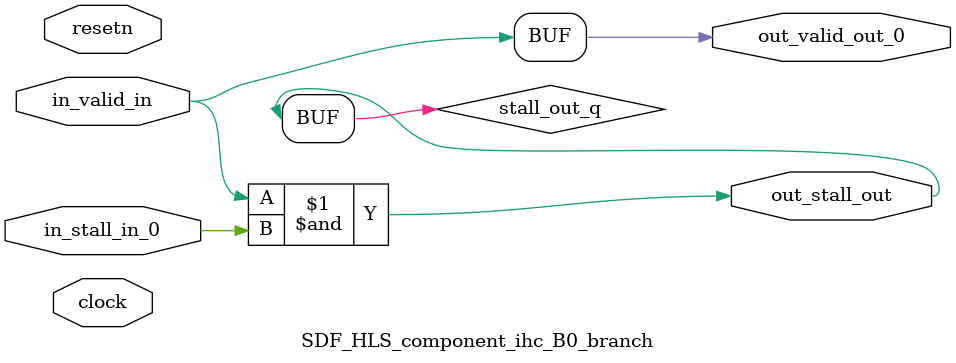
<source format=sv>



(* altera_attribute = "-name AUTO_SHIFT_REGISTER_RECOGNITION OFF; -name MESSAGE_DISABLE 10036; -name MESSAGE_DISABLE 10037; -name MESSAGE_DISABLE 14130; -name MESSAGE_DISABLE 14320; -name MESSAGE_DISABLE 15400; -name MESSAGE_DISABLE 14130; -name MESSAGE_DISABLE 10036; -name MESSAGE_DISABLE 12020; -name MESSAGE_DISABLE 12030; -name MESSAGE_DISABLE 12010; -name MESSAGE_DISABLE 12110; -name MESSAGE_DISABLE 14320; -name MESSAGE_DISABLE 13410; -name MESSAGE_DISABLE 113007; -name MESSAGE_DISABLE 10958" *)
module SDF_HLS_component_ihc_B0_branch (
    input wire [0:0] in_stall_in_0,
    input wire [0:0] in_valid_in,
    output wire [0:0] out_stall_out,
    output wire [0:0] out_valid_out_0,
    input wire clock,
    input wire resetn
    );

    wire [0:0] stall_out_q;


    // stall_out(LOGICAL,6)
    assign stall_out_q = in_valid_in & in_stall_in_0;

    // out_stall_out(GPOUT,4)
    assign out_stall_out = stall_out_q;

    // out_valid_out_0(GPOUT,5)
    assign out_valid_out_0 = in_valid_in;

endmodule

</source>
